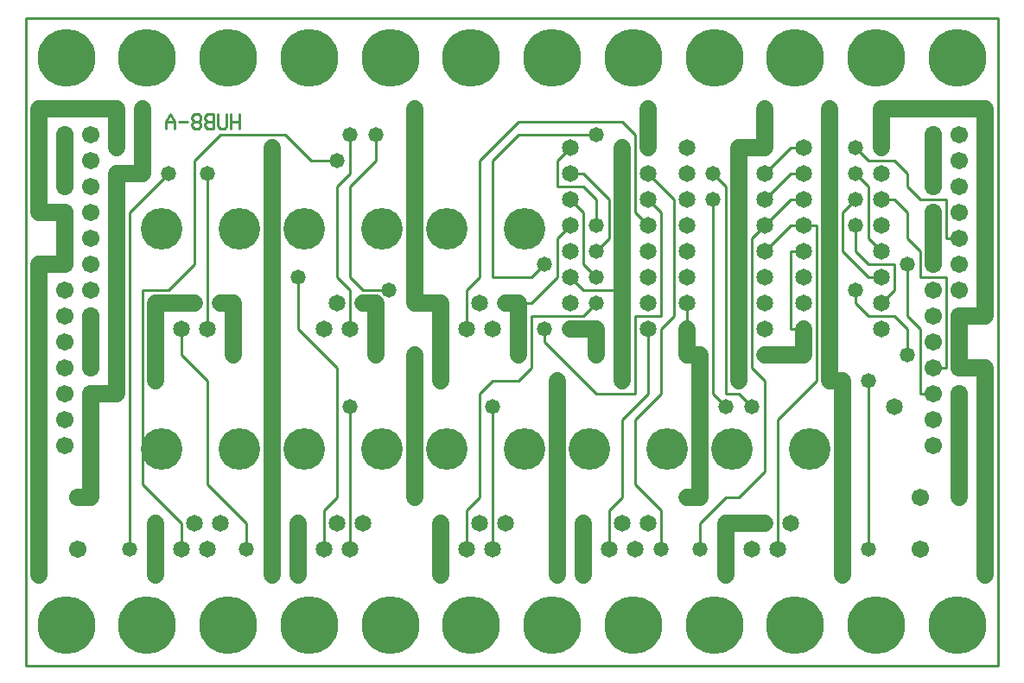
<source format=gbl>
%MOIN*%
%FSLAX25Y25*%
G04 D10 used for Character Trace; *
G04     Circle (OD=.01000) (No hole)*
G04 D11 used for Power Trace; *
G04     Circle (OD=.06700) (No hole)*
G04 D12 used for Signal Trace; *
G04     Circle (OD=.01100) (No hole)*
G04 D13 used for Via; *
G04     Circle (OD=.05800) (Round. Hole ID=.02800)*
G04 D14 used for Component hole; *
G04     Circle (OD=.06500) (Round. Hole ID=.03500)*
G04 D15 used for Component hole; *
G04     Circle (OD=.06700) (Round. Hole ID=.04300)*
G04 D16 used for Component hole; *
G04     Circle (OD=.08100) (Round. Hole ID=.05100)*
G04 D17 used for Component hole; *
G04     Circle (OD=.08900) (Round. Hole ID=.05900)*
G04 D18 used for Component hole; *
G04     Circle (OD=.11300) (Round. Hole ID=.08300)*
G04 D19 used for Component hole; *
G04     Circle (OD=.16000) (Round. Hole ID=.13000)*
G04 D20 used for Component hole; *
G04     Circle (OD=.18300) (Round. Hole ID=.15300)*
G04 D21 used for Component hole; *
G04     Circle (OD=.22291) (Round. Hole ID=.19291)*
%ADD10C,.01000*%
%ADD11C,.06700*%
%ADD12C,.01100*%
%ADD13C,.05800*%
%ADD14C,.06500*%
%ADD15C,.06700*%
%ADD16C,.08100*%
%ADD17C,.08900*%
%ADD18C,.11300*%
%ADD19C,.16000*%
%ADD20C,.18300*%
%ADD21C,.22291*%
%IPPOS*%
%LPD*%
G90*X0Y0D02*D21*X15625Y15625D03*D14*              
X5000Y35000D03*D11*Y155000D01*X15000D01*D15*D03*  
D11*Y165000D01*D15*D03*D11*Y175000D01*D15*D03*D11*
X5000D01*Y215000D01*X35000D01*Y200000D01*D14*D03* 
D11*Y190000D02*X45000D01*X35000Y125000D02*        
Y190000D01*D14*Y125000D03*D11*Y105000D01*         
X25000D01*D15*D03*D11*Y95000D01*D15*D03*D11*      
Y85000D01*D15*D03*D11*Y65000D01*X20000D01*D15*D03*
D13*X40000Y45000D03*D12*Y175000D01*               
X55000Y190000D01*D13*D03*D11*X45000D02*Y215000D01*
D14*D03*D10*X82511Y207129D02*Y212871D01*          
X79163Y207129D02*Y212871D01*X82511Y210000D02*     
X79163D01*X74163Y212871D02*Y208086D01*            
X75000Y207129D01*X76674D01*X77511Y208086D01*      
Y212871D01*X72511Y207129D02*Y212871D01*X70000D01* 
X69163Y211914D01*Y210957D01*X70000Y210000D01*     
X69163Y209043D01*Y208086D01*X70000Y207129D01*     
X72511D01*Y210000D02*X70000D01*X66674D02*         
X67511Y210957D01*Y211914D01*X66674Y212871D01*     
X65000D01*X64163Y211914D01*Y210957D01*            
X65000Y210000D01*X66674D01*X67511Y209043D01*      
Y208086D01*X66674Y207129D01*X65000D01*            
X64163Y208086D01*Y209043D01*X65000Y210000D01*     
X62511D02*X59163D01*X57511Y207129D02*Y210000D01*  
X55837Y212871D01*X54163Y210000D01*Y207129D01*     
X57511Y210000D02*X54163D01*D12*X65000Y155000D02*  
Y195000D01*X55000Y145000D02*X65000Y155000D01*     
X45000Y145000D02*X55000D01*X45000Y70000D02*       
Y145000D01*X60000Y55000D02*X45000Y70000D01*       
X60000Y45000D02*Y55000D01*D14*Y45000D03*          
X50000Y55000D03*D11*Y35000D01*D14*D03*            
X65000Y55000D03*D21*X46875Y15625D03*D14*          
X70000Y45000D03*X75000Y55000D03*D21*              
X78125Y15625D03*D15*X20000Y45000D03*D12*          
X85000Y55000D02*X70000Y70000D01*X85000Y45000D02*  
Y55000D01*D13*Y45000D03*D14*X95000Y35000D03*D11*  
Y110000D01*D14*D03*D11*Y140000D01*D14*D03*D11*    
Y200000D01*D14*D03*D12*X110000Y195000D02*         
X100000Y205000D01*X110000Y195000D02*X120000D01*   
D13*D03*D12*Y185000D02*X125000Y190000D01*         
X120000Y150000D02*Y185000D01*X125000Y145000D02*   
X120000Y150000D01*X125000Y130000D02*Y145000D01*   
D14*Y130000D03*X135000Y120000D03*D11*Y140000D01*  
X130000D01*D14*D03*D12*Y145000D02*X140000D01*D13* 
D03*D14*X150000Y140000D03*D11*X160000D01*         
Y110000D01*D14*D03*X150000Y120000D03*D11*         
Y65000D01*D14*D03*X160000Y55000D03*D11*Y35000D01* 
D14*D03*X170000Y45000D03*D12*Y60000D01*           
X175000Y65000D01*Y105000D01*X180000Y110000D01*    
X190000D01*X195000Y115000D01*Y135000D01*          
X215000D01*X220000Y140000D01*D13*D03*D12*         
X215000Y145000D02*X230000D01*D11*Y130000D01*D13*  
D03*D11*Y110000D01*D14*D03*D12*X220000Y105000D02* 
X235000D01*X220000D02*X200000Y125000D01*          
Y130000D01*D13*D03*D14*X210000Y140000D03*D11*     
X190000Y120000D02*Y140000D01*D14*Y120000D03*      
X180000Y130000D03*D13*X205000Y110000D03*D11*      
Y35000D01*D14*D03*X215000D03*D11*Y55000D01*D14*   
D03*X225000Y45000D03*D12*Y60000D01*               
X230000Y65000D01*Y95000D01*X240000Y105000D01*     
Y130000D01*D14*D03*D12*X235000Y135000D02*         
X245000D01*X235000Y105000D02*Y135000D01*Y95000D02*
X245000Y105000D01*X235000Y70000D02*Y95000D01*     
X245000Y60000D02*X235000Y70000D01*                
X245000Y45000D02*Y60000D01*D13*Y45000D03*D14*     
X235000D03*X240000Y55000D03*X230000D03*D13*       
X260000Y45000D03*D12*Y55000D01*X270000Y65000D01*  
X275000D01*X285000Y75000D01*Y110000D01*           
X280000Y115000D01*Y165000D01*X285000Y170000D01*   
D14*D03*D12*X295000Y180000D01*X300000D01*D14*D03* 
D12*X285000Y160000D02*X295000Y170000D01*D14*      
X285000Y160000D03*D12*X295000Y170000D02*          
X300000D01*D14*D03*D12*X305000D01*Y110000D01*     
X290000Y95000D01*Y45000D01*D14*D03*               
X295000Y55000D03*X280000Y45000D03*                
X285000Y55000D03*D11*X270000D01*Y35000D01*D14*D03*
D21*X265625Y15625D03*X296875D03*D11*              
X255000Y65000D02*X260000D01*D14*X255000D03*D11*   
X260000D02*Y120000D01*X255000D01*D14*D03*D11*     
Y130000D01*D14*D03*D12*Y140000D01*D14*D03*D12*    
X245000Y130000D02*X250000Y135000D01*              
X245000Y105000D02*Y130000D01*X270000Y100000D02*   
X265000Y105000D01*D13*X270000Y100000D03*D12*      
X280000D02*X275000Y105000D01*D13*                 
X280000Y100000D03*D12*X270000Y105000D02*          
X275000D01*X270000D02*Y185000D01*                 
X265000Y190000D01*D13*D03*D11*X275000Y110000D02*  
Y200000D01*D14*Y110000D03*X285000Y120000D03*D11*  
X300000D01*Y130000D01*D14*D03*D12*X295000D01*     
Y160000D01*X300000D01*D14*D03*Y150000D03*D12*     
X315000Y160000D02*Y175000D01*X325000Y150000D02*   
X315000Y160000D01*X325000Y150000D02*X330000D01*   
D14*D03*D12*Y140000D02*X335000Y145000D01*D14*     
X330000Y140000D03*D12*X340000Y130000D02*          
X335000Y135000D01*X340000Y120000D02*Y130000D01*   
D13*Y120000D03*D14*X330000Y130000D03*D15*         
X350000Y115000D03*D12*X355000D01*Y150000D01*      
X345000D01*Y160000D01*X340000Y165000D01*          
Y175000D01*X335000Y180000D01*X330000D01*D14*D03*  
D12*X325000Y165000D02*Y185000D01*                 
X330000Y160000D02*X325000Y165000D01*D14*          
X330000Y160000D03*D12*X335000Y145000D02*          
Y155000D01*X325000D01*D13*X340000D03*D12*         
Y135000D01*X345000Y130000D01*Y105000D01*          
X350000D01*D15*D03*X360000Y95000D03*D11*Y85000D01*
D15*D03*D11*Y65000D01*D14*D03*D15*X345000D03*     
Y45000D03*X350000Y85000D03*D11*X360000Y95000D02*  
Y105000D01*D15*D03*D11*X370000Y35000D02*          
Y115000D01*D14*Y35000D03*D21*X359375Y15625D03*D12*
X0Y0D02*X375000D01*X0D02*Y250000D01*X375000D01*   
Y0D01*D21*X328125Y15625D03*D13*X325000Y45000D03*  
D12*Y110000D01*D13*D03*D14*X335000Y100000D03*     
X315000D03*D11*Y35000D01*D14*D03*D19*             
X302500Y83500D03*X272500D03*D15*X350000Y95000D03* 
D11*X315000Y100000D02*Y110000D01*D14*D03*D11*     
X310000D01*Y215000D01*D14*D03*D12*                
X285000Y190000D02*X295000Y200000D01*D14*          
X285000Y190000D03*D12*X295000Y200000D02*          
X300000D01*D14*D03*D12*X285000Y180000D02*         
X295000Y190000D01*D14*X285000Y180000D03*D12*      
X295000Y190000D02*X300000D01*D14*D03*D12*         
X315000Y175000D02*X320000Y180000D01*D13*D03*D12*  
X325000Y185000D02*X320000Y190000D01*D13*D03*D12*  
X325000Y195000D02*X335000D01*X340000Y190000D01*   
Y185000D01*X345000Y180000D01*X355000D01*          
Y165000D01*X360000D01*D15*D03*X350000Y175000D03*  
D11*Y165000D01*D15*D03*D11*Y155000D01*D15*D03*    
X360000Y145000D03*Y155000D03*X350000Y145000D03*   
D11*X360000Y135000D02*X370000D01*D15*X360000D03*  
D11*Y125000D01*D15*D03*D11*Y115000D01*D15*D03*D11*
X370000D01*D15*X350000Y135000D03*Y125000D03*D11*  
X370000Y135000D02*Y215000D01*X330000D01*          
Y200000D01*D14*D03*D12*X325000Y195000D02*         
X320000Y200000D01*D13*D03*D14*X330000Y190000D03*  
D15*X350000Y185000D03*D11*Y195000D01*D15*D03*D11* 
Y205000D01*D15*D03*X360000Y195000D03*Y205000D03*  
Y185000D03*D21*X359375Y234375D03*D15*             
X360000Y175000D03*D21*X328125Y234375D03*D13*      
X320000Y170000D03*D12*Y160000D01*                 
X325000Y155000D01*D13*X320000Y145000D03*D12*      
Y140000D01*X325000Y135000D01*X335000D01*D14*      
X300000Y140000D03*X330000Y170000D03*              
X285000Y150000D03*Y140000D03*Y130000D03*          
Y200000D03*D11*X275000D01*X285000D02*Y215000D01*  
D14*D03*D21*X265625Y234375D03*X296875D03*D14*     
X255000Y200000D03*Y190000D03*D12*                 
X250000Y135000D02*Y180000D01*X245000Y135000D02*   
Y175000D01*X240000Y180000D01*D14*D03*D12*         
Y170000D02*X235000Y175000D01*D14*                 
X240000Y170000D03*D12*X235000Y175000D02*          
Y205000D01*X230000Y210000D01*X190000D01*          
X175000Y195000D01*Y150000D01*X170000Y145000D01*   
Y130000D01*D14*D03*X175000Y140000D03*X185000D03*  
D11*X190000D01*D12*X195000D01*X205000Y150000D01*  
Y165000D01*X210000Y170000D01*D14*D03*D12*         
X215000Y155000D02*Y175000D01*X220000Y150000D02*   
X215000Y155000D01*D13*X220000Y150000D03*D12*      
X215000Y145000D02*X210000Y150000D01*D14*D03*D13*  
X220000Y160000D03*D12*X225000Y165000D01*          
Y180000D01*X215000Y190000D01*X210000D01*D14*D03*  
D12*X220000Y180000D02*X215000Y185000D01*          
X220000Y170000D02*Y180000D01*D13*Y170000D03*D12*  
X215000Y175000D02*X210000Y180000D01*D14*D03*D12*  
X205000Y185000D02*X215000D01*X205000D02*          
Y195000D01*X210000Y200000D01*D14*D03*D13*         
X220000Y205000D03*D12*X190000D01*                 
X180000Y195000D01*Y150000D01*X195000D01*          
X200000Y155000D01*D13*D03*D14*X210000Y160000D03*  
D19*X192500Y168500D03*D14*X210000Y130000D03*D11*  
X220000D01*Y120000D01*D14*D03*X240000Y140000D03*  
D11*X230000Y145000D02*Y200000D01*D13*D03*D14*     
X240000Y190000D03*D12*X250000Y180000D01*D14*      
X255000D03*Y170000D03*D13*X265000Y180000D03*D12*  
Y105000D01*D19*X247500Y83500D03*D14*              
X255000Y150000D03*D19*X217500Y83500D03*D14*       
X240000Y150000D03*X255000Y160000D03*X240000D03*   
D19*X192500Y83500D03*D14*X185000Y55000D03*D13*    
X180000Y100000D03*D12*Y45000D01*D14*D03*          
X175000Y55000D03*D21*X171875Y15625D03*X203125D03* 
D19*X162500Y83500D03*D21*X140625Y15625D03*D19*    
X137500Y83500D03*D14*X130000Y55000D03*D13*        
X125000Y100000D03*D12*Y45000D01*D14*D03*          
X115000D03*D12*Y60000D01*X120000Y65000D01*        
Y115000D01*X105000Y130000D01*Y150000D01*D13*D03*  
D14*X120000Y140000D03*D19*X107500Y168500D03*D12*  
X130000Y145000D02*X125000Y150000D01*Y185000D01*   
X135000Y195000D01*Y205000D01*D13*D03*X125000D03*  
D12*Y190000D01*D19*X137500Y168500D03*D14*         
X150000Y215000D03*D11*Y140000D01*D19*             
X162500Y168500D03*D14*X115000Y130000D03*D19*      
X107500Y83500D03*D12*X75000Y205000D02*X100000D01* 
X65000Y195000D02*X75000Y205000D01*D13*            
X70000Y190000D03*D12*Y130000D01*D14*D03*          
X80000Y120000D03*D11*Y140000D01*X75000D01*D14*D03*
X65000D03*D11*X50000D01*Y110000D01*D14*D03*D12*   
X70000D02*X60000Y120000D01*X70000Y70000D02*       
Y110000D01*D19*X52500Y83500D03*X82500D03*D14*     
X105000Y35000D03*D11*Y55000D01*D14*D03*X120000D03*
D21*X109375Y15625D03*D12*X60000Y120000D02*        
Y130000D01*D14*D03*D15*X25000Y165000D03*          
Y155000D03*Y145000D03*Y135000D03*D11*Y125000D01*  
D15*D03*D11*Y115000D01*D15*D03*X15000Y125000D03*  
Y105000D03*Y115000D03*Y95000D03*Y135000D03*       
Y85000D03*Y145000D03*D19*X82500Y168500D03*        
X52500D03*D15*X25000Y175000D03*Y185000D03*        
X15000D03*D11*Y195000D01*D15*D03*D11*Y205000D01*  
D15*D03*X25000Y195000D03*Y205000D03*D21*          
X46875Y234375D03*X15625D03*X78125D03*X109375D03*  
X140625D03*X171875D03*X203125D03*X234375Y15625D03*
Y234375D03*D14*X240000Y200000D03*D11*Y215000D01*  
D14*D03*M02*                                      

</source>
